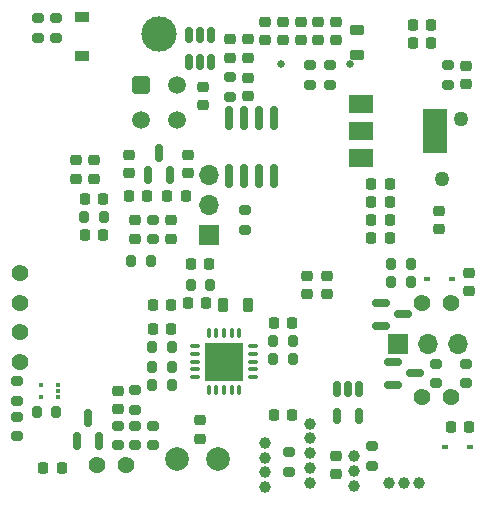
<source format=gbr>
%TF.GenerationSoftware,KiCad,Pcbnew,(6.0.7)*%
%TF.CreationDate,2022-09-21T11:21:43+02:00*%
%TF.ProjectId,CANpaca-EB-schematics,43414e70-6163-4612-9d45-422d73636865,rev?*%
%TF.SameCoordinates,Original*%
%TF.FileFunction,Soldermask,Bot*%
%TF.FilePolarity,Negative*%
%FSLAX46Y46*%
G04 Gerber Fmt 4.6, Leading zero omitted, Abs format (unit mm)*
G04 Created by KiCad (PCBNEW (6.0.7)) date 2022-09-21 11:21:43*
%MOMM*%
%LPD*%
G01*
G04 APERTURE LIST*
G04 Aperture macros list*
%AMRoundRect*
0 Rectangle with rounded corners*
0 $1 Rounding radius*
0 $2 $3 $4 $5 $6 $7 $8 $9 X,Y pos of 4 corners*
0 Add a 4 corners polygon primitive as box body*
4,1,4,$2,$3,$4,$5,$6,$7,$8,$9,$2,$3,0*
0 Add four circle primitives for the rounded corners*
1,1,$1+$1,$2,$3*
1,1,$1+$1,$4,$5*
1,1,$1+$1,$6,$7*
1,1,$1+$1,$8,$9*
0 Add four rect primitives between the rounded corners*
20,1,$1+$1,$2,$3,$4,$5,0*
20,1,$1+$1,$4,$5,$6,$7,0*
20,1,$1+$1,$6,$7,$8,$9,0*
20,1,$1+$1,$8,$9,$2,$3,0*%
G04 Aperture macros list end*
%ADD10C,1.270000*%
%ADD11C,1.000000*%
%ADD12C,2.000000*%
%ADD13C,0.650000*%
%ADD14C,1.425000*%
%ADD15R,1.700000X1.700000*%
%ADD16O,1.700000X1.700000*%
%ADD17C,3.000000*%
%ADD18RoundRect,0.250001X-0.499999X-0.499999X0.499999X-0.499999X0.499999X0.499999X-0.499999X0.499999X0*%
%ADD19C,1.500000*%
%ADD20RoundRect,0.225000X0.250000X-0.225000X0.250000X0.225000X-0.250000X0.225000X-0.250000X-0.225000X0*%
%ADD21RoundRect,0.200000X0.275000X-0.200000X0.275000X0.200000X-0.275000X0.200000X-0.275000X-0.200000X0*%
%ADD22RoundRect,0.225000X-0.250000X0.225000X-0.250000X-0.225000X0.250000X-0.225000X0.250000X0.225000X0*%
%ADD23RoundRect,0.225000X-0.225000X-0.250000X0.225000X-0.250000X0.225000X0.250000X-0.225000X0.250000X0*%
%ADD24RoundRect,0.200000X0.200000X0.275000X-0.200000X0.275000X-0.200000X-0.275000X0.200000X-0.275000X0*%
%ADD25RoundRect,0.225000X0.225000X0.250000X-0.225000X0.250000X-0.225000X-0.250000X0.225000X-0.250000X0*%
%ADD26RoundRect,0.200000X-0.275000X0.200000X-0.275000X-0.200000X0.275000X-0.200000X0.275000X0.200000X0*%
%ADD27R,0.600000X0.450000*%
%ADD28RoundRect,0.150000X-0.587500X-0.150000X0.587500X-0.150000X0.587500X0.150000X-0.587500X0.150000X0*%
%ADD29RoundRect,0.218750X-0.256250X0.218750X-0.256250X-0.218750X0.256250X-0.218750X0.256250X0.218750X0*%
%ADD30RoundRect,0.200000X-0.200000X-0.275000X0.200000X-0.275000X0.200000X0.275000X-0.200000X0.275000X0*%
%ADD31RoundRect,0.218750X0.256250X-0.218750X0.256250X0.218750X-0.256250X0.218750X-0.256250X-0.218750X0*%
%ADD32RoundRect,0.150000X0.150000X-0.587500X0.150000X0.587500X-0.150000X0.587500X-0.150000X-0.587500X0*%
%ADD33RoundRect,0.150000X0.150000X-0.512500X0.150000X0.512500X-0.150000X0.512500X-0.150000X-0.512500X0*%
%ADD34R,2.000000X1.500000*%
%ADD35R,2.000000X3.800000*%
%ADD36RoundRect,0.150000X-0.150000X0.512500X-0.150000X-0.512500X0.150000X-0.512500X0.150000X0.512500X0*%
%ADD37R,0.450000X0.300000*%
%ADD38RoundRect,0.150000X0.150000X-0.825000X0.150000X0.825000X-0.150000X0.825000X-0.150000X-0.825000X0*%
%ADD39RoundRect,0.218750X-0.381250X0.218750X-0.381250X-0.218750X0.381250X-0.218750X0.381250X0.218750X0*%
%ADD40RoundRect,0.075000X0.337500X0.075000X-0.337500X0.075000X-0.337500X-0.075000X0.337500X-0.075000X0*%
%ADD41RoundRect,0.075000X0.075000X0.337500X-0.075000X0.337500X-0.075000X-0.337500X0.075000X-0.337500X0*%
%ADD42R,3.250000X3.250000*%
%ADD43R,1.200000X0.900000*%
%ADD44RoundRect,0.218750X-0.218750X-0.381250X0.218750X-0.381250X0.218750X0.381250X-0.218750X0.381250X0*%
G04 APERTURE END LIST*
D10*
%TO.C,F1*%
X114050000Y-43450000D03*
X112450000Y-48550000D03*
%TD*%
D11*
%TO.C,J14*%
X101250000Y-69250000D03*
X101250000Y-70500000D03*
X101250000Y-71750000D03*
X101250000Y-73000000D03*
X101250000Y-74250000D03*
%TD*%
D12*
%TO.C,J6*%
X90000000Y-72250000D03*
X93500000Y-72250000D03*
%TD*%
D11*
%TO.C,J16*%
X110500000Y-74250000D03*
X109250000Y-74250000D03*
X108000000Y-74250000D03*
%TD*%
%TO.C,J13*%
X105000000Y-72000000D03*
X105000000Y-73250000D03*
X105000000Y-74500000D03*
%TD*%
D13*
%TO.C,J9*%
X104640000Y-38812500D03*
X98860000Y-38812500D03*
%TD*%
D14*
%TO.C,J5*%
X113250000Y-67000000D03*
X110750000Y-67000000D03*
%TD*%
%TO.C,J2*%
X113250000Y-59000000D03*
X110750000Y-59000000D03*
%TD*%
%TO.C,J17*%
X83250000Y-72750000D03*
X85750000Y-72750000D03*
%TD*%
D15*
%TO.C,J4*%
X108725000Y-62500000D03*
D16*
X111265000Y-62500000D03*
X113805000Y-62500000D03*
%TD*%
D14*
%TO.C,J8*%
X76750000Y-56500000D03*
X76750000Y-59000000D03*
X76750000Y-61500000D03*
X76750000Y-64000000D03*
%TD*%
D11*
%TO.C,J12*%
X97500000Y-70875000D03*
X97500000Y-72125000D03*
X97500000Y-73375000D03*
X97500000Y-74625000D03*
%TD*%
D15*
%TO.C,J11*%
X92750000Y-53275000D03*
D16*
X92750000Y-50735000D03*
X92750000Y-48195000D03*
%TD*%
D17*
%TO.C,J7*%
X88500000Y-36265000D03*
D18*
X87000000Y-40585000D03*
D19*
X90000000Y-40585000D03*
X87000000Y-43585000D03*
X90000000Y-43585000D03*
%TD*%
D20*
%TO.C,C13*%
X81500000Y-48525000D03*
X81500000Y-46975000D03*
%TD*%
D21*
%TO.C,R15*%
X95750000Y-52825000D03*
X95750000Y-51175000D03*
%TD*%
D22*
%TO.C,C8*%
X86500000Y-52050000D03*
X86500000Y-53600000D03*
%TD*%
D23*
%TO.C,C7*%
X87975000Y-59250000D03*
X89525000Y-59250000D03*
%TD*%
D21*
%TO.C,R37*%
X88000000Y-71075000D03*
X88000000Y-69425000D03*
%TD*%
D24*
%TO.C,R10*%
X79825000Y-68250000D03*
X78175000Y-68250000D03*
%TD*%
D23*
%TO.C,C6*%
X87975000Y-61250000D03*
X89525000Y-61250000D03*
%TD*%
%TO.C,C31*%
X109975000Y-37000000D03*
X111525000Y-37000000D03*
%TD*%
D25*
%TO.C,C44*%
X108025000Y-50500000D03*
X106475000Y-50500000D03*
%TD*%
D23*
%TO.C,C33*%
X109975000Y-35500000D03*
X111525000Y-35500000D03*
%TD*%
D25*
%TO.C,C46*%
X99775000Y-60750000D03*
X98225000Y-60750000D03*
%TD*%
D21*
%TO.C,R14*%
X79750000Y-36575000D03*
X79750000Y-34925000D03*
%TD*%
D26*
%TO.C,R8*%
X88000000Y-52000000D03*
X88000000Y-53650000D03*
%TD*%
D22*
%TO.C,C25*%
X97500000Y-35225000D03*
X97500000Y-36775000D03*
%TD*%
%TO.C,C52*%
X85000000Y-66475000D03*
X85000000Y-68025000D03*
%TD*%
D24*
%TO.C,R2*%
X109825000Y-57250000D03*
X108175000Y-57250000D03*
%TD*%
D23*
%TO.C,C49*%
X98225000Y-68500000D03*
X99775000Y-68500000D03*
%TD*%
%TO.C,C2*%
X89225000Y-50000000D03*
X90775000Y-50000000D03*
%TD*%
D21*
%TO.C,R13*%
X103000000Y-40575000D03*
X103000000Y-38925000D03*
%TD*%
D24*
%TO.C,R26*%
X99825000Y-62250000D03*
X98175000Y-62250000D03*
%TD*%
D27*
%TO.C,D1*%
X113300000Y-57000000D03*
X111200000Y-57000000D03*
%TD*%
D26*
%TO.C,R31*%
X106500000Y-71175000D03*
X106500000Y-72825000D03*
%TD*%
D21*
%TO.C,R5*%
X112000000Y-65825000D03*
X112000000Y-64175000D03*
%TD*%
D20*
%TO.C,C4*%
X91000000Y-48025000D03*
X91000000Y-46475000D03*
%TD*%
D24*
%TO.C,R21*%
X89575000Y-64500000D03*
X87925000Y-64500000D03*
%TD*%
D25*
%TO.C,C45*%
X108025000Y-49000000D03*
X106475000Y-49000000D03*
%TD*%
D27*
%TO.C,D3*%
X114800000Y-71250000D03*
X112700000Y-71250000D03*
%TD*%
D28*
%TO.C,Q1*%
X107312500Y-60950000D03*
X107312500Y-59050000D03*
X109187500Y-60000000D03*
%TD*%
D26*
%TO.C,R33*%
X86500000Y-66425000D03*
X86500000Y-68075000D03*
%TD*%
D20*
%TO.C,C21*%
X96000000Y-38275000D03*
X96000000Y-36725000D03*
%TD*%
D28*
%TO.C,Q2*%
X108312500Y-65950000D03*
X108312500Y-64050000D03*
X110187500Y-65000000D03*
%TD*%
D23*
%TO.C,C15*%
X113225000Y-69500000D03*
X114775000Y-69500000D03*
%TD*%
D29*
%TO.C,L1*%
X99000000Y-35212500D03*
X99000000Y-36787500D03*
%TD*%
D26*
%TO.C,R36*%
X85000000Y-69425000D03*
X85000000Y-71075000D03*
%TD*%
D25*
%TO.C,C9*%
X80275000Y-73000000D03*
X78725000Y-73000000D03*
%TD*%
D24*
%TO.C,R27*%
X99825000Y-63750000D03*
X98175000Y-63750000D03*
%TD*%
D21*
%TO.C,R30*%
X99500000Y-73325000D03*
X99500000Y-71675000D03*
%TD*%
D30*
%TO.C,R12*%
X82175000Y-51750000D03*
X83825000Y-51750000D03*
%TD*%
D31*
%TO.C,D6*%
X114500000Y-40537500D03*
X114500000Y-38962500D03*
%TD*%
D32*
%TO.C,D2*%
X89450000Y-48187500D03*
X87550000Y-48187500D03*
X88500000Y-46312500D03*
%TD*%
D25*
%TO.C,C43*%
X108025000Y-52000000D03*
X106475000Y-52000000D03*
%TD*%
D26*
%TO.C,R7*%
X76500000Y-65675000D03*
X76500000Y-67325000D03*
%TD*%
D22*
%TO.C,C26*%
X100500000Y-35225000D03*
X100500000Y-36775000D03*
%TD*%
D21*
%TO.C,R22*%
X113000000Y-40575000D03*
X113000000Y-38925000D03*
%TD*%
%TO.C,R38*%
X86500000Y-71075000D03*
X86500000Y-69425000D03*
%TD*%
D33*
%TO.C,U4*%
X92950000Y-38637500D03*
X92000000Y-38637500D03*
X91050000Y-38637500D03*
X91050000Y-36362500D03*
X92000000Y-36362500D03*
X92950000Y-36362500D03*
%TD*%
D34*
%TO.C,U5*%
X105600000Y-46800000D03*
X105600000Y-44500000D03*
D35*
X111900000Y-44500000D03*
D34*
X105600000Y-42200000D03*
%TD*%
D36*
%TO.C,U9*%
X103550000Y-66362500D03*
X104500000Y-66362500D03*
X105450000Y-66362500D03*
X105450000Y-68637500D03*
X103550000Y-68637500D03*
%TD*%
D37*
%TO.C,U2*%
X79950000Y-66000000D03*
X79950000Y-66500000D03*
X79950000Y-67000000D03*
X78550000Y-67000000D03*
X78550000Y-66000000D03*
%TD*%
D26*
%TO.C,R17*%
X101250000Y-38925000D03*
X101250000Y-40575000D03*
%TD*%
%TO.C,R6*%
X114500000Y-64175000D03*
X114500000Y-65825000D03*
%TD*%
D32*
%TO.C,D7*%
X83450000Y-70687500D03*
X81550000Y-70687500D03*
X82500000Y-68812500D03*
%TD*%
D22*
%TO.C,C3*%
X86000000Y-46475000D03*
X86000000Y-48025000D03*
%TD*%
%TO.C,C32*%
X96000000Y-39975000D03*
X96000000Y-41525000D03*
%TD*%
D20*
%TO.C,C22*%
X112250000Y-52775000D03*
X112250000Y-51225000D03*
%TD*%
D22*
%TO.C,C5*%
X114750000Y-56475000D03*
X114750000Y-58025000D03*
%TD*%
D25*
%TO.C,C42*%
X108025000Y-53500000D03*
X106475000Y-53500000D03*
%TD*%
D22*
%TO.C,C50*%
X103500000Y-71975000D03*
X103500000Y-73525000D03*
%TD*%
D26*
%TO.C,R9*%
X76500000Y-68675000D03*
X76500000Y-70325000D03*
%TD*%
D22*
%TO.C,C30*%
X103500000Y-35225000D03*
X103500000Y-36775000D03*
%TD*%
D20*
%TO.C,C23*%
X92250000Y-42275000D03*
X92250000Y-40725000D03*
%TD*%
D26*
%TO.C,R19*%
X94500000Y-39925000D03*
X94500000Y-41575000D03*
%TD*%
D22*
%TO.C,C48*%
X101000000Y-56725000D03*
X101000000Y-58275000D03*
%TD*%
D25*
%TO.C,C34*%
X92525000Y-59000000D03*
X90975000Y-59000000D03*
%TD*%
D23*
%TO.C,C16*%
X91225000Y-55750000D03*
X92775000Y-55750000D03*
%TD*%
D38*
%TO.C,U6*%
X98230000Y-48325000D03*
X96960000Y-48325000D03*
X95690000Y-48325000D03*
X94420000Y-48325000D03*
X94420000Y-43375000D03*
X95690000Y-43375000D03*
X96960000Y-43375000D03*
X98230000Y-43375000D03*
%TD*%
D23*
%TO.C,C1*%
X85975000Y-50000000D03*
X87525000Y-50000000D03*
%TD*%
D26*
%TO.C,R20*%
X78250000Y-34925000D03*
X78250000Y-36575000D03*
%TD*%
D24*
%TO.C,R24*%
X89575000Y-62750000D03*
X87925000Y-62750000D03*
%TD*%
D22*
%TO.C,C47*%
X102750000Y-56725000D03*
X102750000Y-58275000D03*
%TD*%
D24*
%TO.C,R11*%
X92825000Y-57500000D03*
X91175000Y-57500000D03*
%TD*%
D23*
%TO.C,C10*%
X82225000Y-50250000D03*
X83775000Y-50250000D03*
%TD*%
D22*
%TO.C,C28*%
X102000000Y-35225000D03*
X102000000Y-36775000D03*
%TD*%
D20*
%TO.C,C19*%
X94500000Y-38275000D03*
X94500000Y-36725000D03*
%TD*%
D30*
%TO.C,R1*%
X108175000Y-55750000D03*
X109825000Y-55750000D03*
%TD*%
D24*
%TO.C,R25*%
X89575000Y-66000000D03*
X87925000Y-66000000D03*
%TD*%
D22*
%TO.C,C11*%
X89500000Y-52050000D03*
X89500000Y-53600000D03*
%TD*%
D39*
%TO.C,L2*%
X105250000Y-35937500D03*
X105250000Y-38062500D03*
%TD*%
D30*
%TO.C,R4*%
X86175000Y-55500000D03*
X87825000Y-55500000D03*
%TD*%
D40*
%TO.C,U8*%
X96437500Y-62700000D03*
X96437500Y-63350000D03*
X96437500Y-64000000D03*
X96437500Y-64650000D03*
X96437500Y-65300000D03*
D41*
X95300000Y-66437500D03*
X94650000Y-66437500D03*
X94000000Y-66437500D03*
X93350000Y-66437500D03*
X92700000Y-66437500D03*
D40*
X91562500Y-65300000D03*
X91562500Y-64650000D03*
X91562500Y-64000000D03*
X91562500Y-63350000D03*
X91562500Y-62700000D03*
D41*
X92700000Y-61562500D03*
X93350000Y-61562500D03*
X94000000Y-61562500D03*
X94650000Y-61562500D03*
X95300000Y-61562500D03*
D42*
X94000000Y-64000000D03*
%TD*%
D43*
%TO.C,D4*%
X82000000Y-34850000D03*
X82000000Y-38150000D03*
%TD*%
D20*
%TO.C,C14*%
X83000000Y-48525000D03*
X83000000Y-46975000D03*
%TD*%
D44*
%TO.C,L3*%
X93937500Y-59250000D03*
X96062500Y-59250000D03*
%TD*%
D22*
%TO.C,C18*%
X92000000Y-68975000D03*
X92000000Y-70525000D03*
%TD*%
D25*
%TO.C,C17*%
X83775000Y-53250000D03*
X82225000Y-53250000D03*
%TD*%
M02*

</source>
